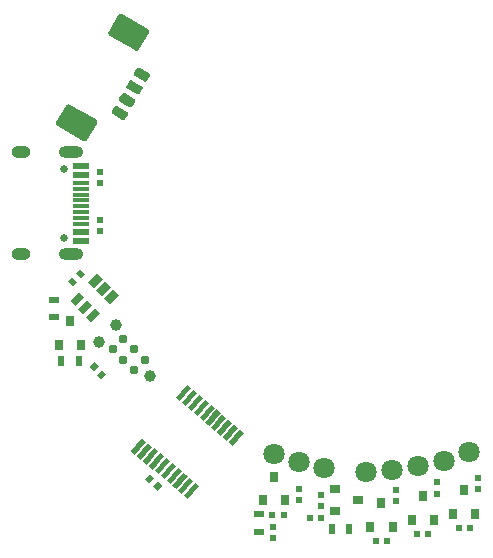
<source format=gbs>
G04 #@! TF.GenerationSoftware,KiCad,Pcbnew,5.1.5+dfsg1-2build2*
G04 #@! TF.CreationDate,2020-10-18T16:37:04+02:00*
G04 #@! TF.ProjectId,lensmount-v1.1,6c656e73-6d6f-4756-9e74-2d76312e312e,rev?*
G04 #@! TF.SameCoordinates,Original*
G04 #@! TF.FileFunction,Soldermask,Bot*
G04 #@! TF.FilePolarity,Negative*
%FSLAX46Y46*%
G04 Gerber Fmt 4.6, Leading zero omitted, Abs format (unit mm)*
G04 Created by KiCad (PCBNEW 5.1.5+dfsg1-2build2) date 2020-10-18 16:37:04*
%MOMM*%
%LPD*%
G04 APERTURE LIST*
%ADD10C,0.100000*%
%ADD11R,0.500000X0.600000*%
%ADD12R,0.600000X0.500000*%
%ADD13R,0.900000X0.800000*%
%ADD14R,0.800000X0.900000*%
%ADD15C,0.985520*%
%ADD16C,0.988060*%
%ADD17C,0.784860*%
%ADD18R,0.600000X0.900000*%
%ADD19R,0.900000X0.600000*%
%ADD20R,1.450000X0.600000*%
%ADD21O,2.100000X1.000000*%
%ADD22O,1.600000X1.000000*%
%ADD23C,0.650000*%
%ADD24R,1.450000X0.300000*%
%ADD25C,1.800000*%
G04 APERTURE END LIST*
D10*
G36*
X80756758Y-119479668D02*
G01*
X81101478Y-119768922D01*
X80169436Y-120879686D01*
X79824716Y-120590432D01*
X80756758Y-119479668D01*
G37*
G36*
X81254686Y-119897480D02*
G01*
X81599406Y-120186734D01*
X80667364Y-121297498D01*
X80322644Y-121008244D01*
X81254686Y-119897480D01*
G37*
G36*
X81752615Y-120315292D02*
G01*
X82097335Y-120604546D01*
X81165293Y-121715310D01*
X80820573Y-121426056D01*
X81752615Y-120315292D01*
G37*
G36*
X82250544Y-120733104D02*
G01*
X82595264Y-121022358D01*
X81663222Y-122133122D01*
X81318502Y-121843868D01*
X82250544Y-120733104D01*
G37*
G36*
X82748473Y-121150916D02*
G01*
X83093193Y-121440170D01*
X82161151Y-122550934D01*
X81816431Y-122261680D01*
X82748473Y-121150916D01*
G37*
G36*
X83246402Y-121568728D02*
G01*
X83591122Y-121857982D01*
X82659080Y-122968746D01*
X82314360Y-122679492D01*
X83246402Y-121568728D01*
G37*
G36*
X83744331Y-121986540D02*
G01*
X84089051Y-122275794D01*
X83157009Y-123386558D01*
X82812289Y-123097304D01*
X83744331Y-121986540D01*
G37*
G36*
X84242260Y-122404352D02*
G01*
X84586980Y-122693606D01*
X83654938Y-123804370D01*
X83310218Y-123515116D01*
X84242260Y-122404352D01*
G37*
G36*
X84740189Y-122822164D02*
G01*
X85084909Y-123111418D01*
X84152867Y-124222182D01*
X83808147Y-123932928D01*
X84740189Y-122822164D01*
G37*
G36*
X85238118Y-123239976D02*
G01*
X85582838Y-123529230D01*
X84650796Y-124639994D01*
X84306076Y-124350740D01*
X85238118Y-123239976D01*
G37*
G36*
X89030564Y-118720314D02*
G01*
X89375284Y-119009568D01*
X88443242Y-120120332D01*
X88098522Y-119831078D01*
X89030564Y-118720314D01*
G37*
G36*
X88532636Y-118302502D02*
G01*
X88877356Y-118591756D01*
X87945314Y-119702520D01*
X87600594Y-119413266D01*
X88532636Y-118302502D01*
G37*
G36*
X88034707Y-117884690D02*
G01*
X88379427Y-118173944D01*
X87447385Y-119284708D01*
X87102665Y-118995454D01*
X88034707Y-117884690D01*
G37*
G36*
X87536778Y-117466878D02*
G01*
X87881498Y-117756132D01*
X86949456Y-118866896D01*
X86604736Y-118577642D01*
X87536778Y-117466878D01*
G37*
G36*
X87038849Y-117049066D02*
G01*
X87383569Y-117338320D01*
X86451527Y-118449084D01*
X86106807Y-118159830D01*
X87038849Y-117049066D01*
G37*
G36*
X86540920Y-116631254D02*
G01*
X86885640Y-116920508D01*
X85953598Y-118031272D01*
X85608878Y-117742018D01*
X86540920Y-116631254D01*
G37*
G36*
X86042991Y-116213442D02*
G01*
X86387711Y-116502696D01*
X85455669Y-117613460D01*
X85110949Y-117324206D01*
X86042991Y-116213442D01*
G37*
G36*
X85545062Y-115795630D02*
G01*
X85889782Y-116084884D01*
X84957740Y-117195648D01*
X84613020Y-116906394D01*
X85545062Y-115795630D01*
G37*
G36*
X85047133Y-115377818D02*
G01*
X85391853Y-115667072D01*
X84459811Y-116777836D01*
X84115091Y-116488582D01*
X85047133Y-115377818D01*
G37*
G36*
X84549204Y-114960006D02*
G01*
X84893924Y-115249260D01*
X83961882Y-116360024D01*
X83617162Y-116070770D01*
X84549204Y-114960006D01*
G37*
G36*
X78963562Y-83552157D02*
G01*
X78987699Y-83556549D01*
X79011290Y-83563285D01*
X79034107Y-83572302D01*
X79055930Y-83583512D01*
X81220994Y-84833512D01*
X81241613Y-84846806D01*
X81260830Y-84862058D01*
X81278460Y-84879120D01*
X81294332Y-84897828D01*
X81308295Y-84918001D01*
X81320212Y-84939446D01*
X81329970Y-84961955D01*
X81337475Y-84985313D01*
X81342655Y-85009294D01*
X81345459Y-85033667D01*
X81345860Y-85058198D01*
X81343855Y-85082650D01*
X81339463Y-85106787D01*
X81332727Y-85130378D01*
X81323710Y-85153195D01*
X81312500Y-85175018D01*
X80512500Y-86560658D01*
X80499206Y-86581277D01*
X80483954Y-86600494D01*
X80466892Y-86618124D01*
X80448184Y-86633996D01*
X80428011Y-86647959D01*
X80406566Y-86659876D01*
X80384056Y-86669634D01*
X80360699Y-86677139D01*
X80336718Y-86682319D01*
X80312345Y-86685123D01*
X80287814Y-86685524D01*
X80263362Y-86683519D01*
X80239225Y-86679127D01*
X80215634Y-86672391D01*
X80192817Y-86663374D01*
X80170994Y-86652164D01*
X78005930Y-85402164D01*
X77985311Y-85388870D01*
X77966094Y-85373618D01*
X77948464Y-85356556D01*
X77932592Y-85337848D01*
X77918629Y-85317675D01*
X77906712Y-85296230D01*
X77896954Y-85273721D01*
X77889449Y-85250363D01*
X77884269Y-85226382D01*
X77881465Y-85202009D01*
X77881064Y-85177478D01*
X77883069Y-85153026D01*
X77887461Y-85128889D01*
X77894197Y-85105298D01*
X77903214Y-85082481D01*
X77914424Y-85060658D01*
X78714424Y-83675018D01*
X78727718Y-83654399D01*
X78742970Y-83635182D01*
X78760032Y-83617552D01*
X78778740Y-83601680D01*
X78798913Y-83587717D01*
X78820358Y-83575800D01*
X78842868Y-83566042D01*
X78866225Y-83558537D01*
X78890206Y-83553357D01*
X78914579Y-83550553D01*
X78939110Y-83550152D01*
X78963562Y-83552157D01*
G37*
G36*
X74538562Y-91216481D02*
G01*
X74562699Y-91220873D01*
X74586290Y-91227609D01*
X74609107Y-91236626D01*
X74630930Y-91247836D01*
X76795994Y-92497836D01*
X76816613Y-92511130D01*
X76835830Y-92526382D01*
X76853460Y-92543444D01*
X76869332Y-92562152D01*
X76883295Y-92582325D01*
X76895212Y-92603770D01*
X76904970Y-92626279D01*
X76912475Y-92649637D01*
X76917655Y-92673618D01*
X76920459Y-92697991D01*
X76920860Y-92722522D01*
X76918855Y-92746974D01*
X76914463Y-92771111D01*
X76907727Y-92794702D01*
X76898710Y-92817519D01*
X76887500Y-92839342D01*
X76087500Y-94224982D01*
X76074206Y-94245601D01*
X76058954Y-94264818D01*
X76041892Y-94282448D01*
X76023184Y-94298320D01*
X76003011Y-94312283D01*
X75981566Y-94324200D01*
X75959056Y-94333958D01*
X75935699Y-94341463D01*
X75911718Y-94346643D01*
X75887345Y-94349447D01*
X75862814Y-94349848D01*
X75838362Y-94347843D01*
X75814225Y-94343451D01*
X75790634Y-94336715D01*
X75767817Y-94327698D01*
X75745994Y-94316488D01*
X73580930Y-93066488D01*
X73560311Y-93053194D01*
X73541094Y-93037942D01*
X73523464Y-93020880D01*
X73507592Y-93002172D01*
X73493629Y-92981999D01*
X73481712Y-92960554D01*
X73471954Y-92938045D01*
X73464449Y-92914687D01*
X73459269Y-92890706D01*
X73456465Y-92866333D01*
X73456064Y-92841802D01*
X73458069Y-92817350D01*
X73462461Y-92793213D01*
X73469197Y-92769622D01*
X73478214Y-92746805D01*
X73489424Y-92724982D01*
X74289424Y-91339342D01*
X74302718Y-91318723D01*
X74317970Y-91299506D01*
X74335032Y-91281876D01*
X74353740Y-91266004D01*
X74373913Y-91252041D01*
X74395358Y-91240124D01*
X74417868Y-91230366D01*
X74441225Y-91222861D01*
X74465206Y-91217681D01*
X74489579Y-91214877D01*
X74514110Y-91214476D01*
X74538562Y-91216481D01*
G37*
G36*
X80456426Y-88104708D02*
G01*
X80475736Y-88108222D01*
X80494609Y-88113611D01*
X80512862Y-88120824D01*
X80530321Y-88129792D01*
X81309743Y-88579792D01*
X81326239Y-88590428D01*
X81341612Y-88602629D01*
X81355716Y-88616279D01*
X81368414Y-88631245D01*
X81379583Y-88647384D01*
X81389118Y-88664539D01*
X81396924Y-88682547D01*
X81402928Y-88701233D01*
X81407072Y-88720418D01*
X81409315Y-88739916D01*
X81409636Y-88759541D01*
X81408032Y-88779102D01*
X81404518Y-88798412D01*
X81399129Y-88817285D01*
X81391916Y-88835538D01*
X81382948Y-88852997D01*
X81182948Y-89199407D01*
X81172312Y-89215903D01*
X81160111Y-89231276D01*
X81146461Y-89245380D01*
X81131495Y-89258078D01*
X81115357Y-89269247D01*
X81098201Y-89278782D01*
X81080193Y-89286588D01*
X81061507Y-89292592D01*
X81042322Y-89296736D01*
X81022824Y-89298979D01*
X81003199Y-89299300D01*
X80983638Y-89297696D01*
X80964328Y-89294182D01*
X80945455Y-89288793D01*
X80927202Y-89281580D01*
X80909743Y-89272612D01*
X80130321Y-88822612D01*
X80113825Y-88811976D01*
X80098452Y-88799775D01*
X80084348Y-88786125D01*
X80071650Y-88771159D01*
X80060481Y-88755020D01*
X80050946Y-88737865D01*
X80043140Y-88719857D01*
X80037136Y-88701171D01*
X80032992Y-88681986D01*
X80030749Y-88662488D01*
X80030428Y-88642863D01*
X80032032Y-88623302D01*
X80035546Y-88603992D01*
X80040935Y-88585119D01*
X80048148Y-88566866D01*
X80057116Y-88549407D01*
X80257116Y-88202997D01*
X80267752Y-88186501D01*
X80279953Y-88171128D01*
X80293603Y-88157024D01*
X80308569Y-88144326D01*
X80324707Y-88133157D01*
X80341863Y-88123622D01*
X80359871Y-88115816D01*
X80378557Y-88109812D01*
X80397742Y-88105668D01*
X80417240Y-88103425D01*
X80436865Y-88103104D01*
X80456426Y-88104708D01*
G37*
G36*
X79831426Y-89187240D02*
G01*
X79850736Y-89190754D01*
X79869609Y-89196143D01*
X79887862Y-89203356D01*
X79905321Y-89212324D01*
X80684743Y-89662324D01*
X80701239Y-89672960D01*
X80716612Y-89685161D01*
X80730716Y-89698811D01*
X80743414Y-89713777D01*
X80754583Y-89729916D01*
X80764118Y-89747071D01*
X80771924Y-89765079D01*
X80777928Y-89783765D01*
X80782072Y-89802950D01*
X80784315Y-89822448D01*
X80784636Y-89842073D01*
X80783032Y-89861634D01*
X80779518Y-89880944D01*
X80774129Y-89899817D01*
X80766916Y-89918070D01*
X80757948Y-89935529D01*
X80557948Y-90281939D01*
X80547312Y-90298435D01*
X80535111Y-90313808D01*
X80521461Y-90327912D01*
X80506495Y-90340610D01*
X80490357Y-90351779D01*
X80473201Y-90361314D01*
X80455193Y-90369120D01*
X80436507Y-90375124D01*
X80417322Y-90379268D01*
X80397824Y-90381511D01*
X80378199Y-90381832D01*
X80358638Y-90380228D01*
X80339328Y-90376714D01*
X80320455Y-90371325D01*
X80302202Y-90364112D01*
X80284743Y-90355144D01*
X79505321Y-89905144D01*
X79488825Y-89894508D01*
X79473452Y-89882307D01*
X79459348Y-89868657D01*
X79446650Y-89853691D01*
X79435481Y-89837552D01*
X79425946Y-89820397D01*
X79418140Y-89802389D01*
X79412136Y-89783703D01*
X79407992Y-89764518D01*
X79405749Y-89745020D01*
X79405428Y-89725395D01*
X79407032Y-89705834D01*
X79410546Y-89686524D01*
X79415935Y-89667651D01*
X79423148Y-89649398D01*
X79432116Y-89631939D01*
X79632116Y-89285529D01*
X79642752Y-89269033D01*
X79654953Y-89253660D01*
X79668603Y-89239556D01*
X79683569Y-89226858D01*
X79699707Y-89215689D01*
X79716863Y-89206154D01*
X79734871Y-89198348D01*
X79753557Y-89192344D01*
X79772742Y-89188200D01*
X79792240Y-89185957D01*
X79811865Y-89185636D01*
X79831426Y-89187240D01*
G37*
G36*
X79206426Y-90269772D02*
G01*
X79225736Y-90273286D01*
X79244609Y-90278675D01*
X79262862Y-90285888D01*
X79280321Y-90294856D01*
X80059743Y-90744856D01*
X80076239Y-90755492D01*
X80091612Y-90767693D01*
X80105716Y-90781343D01*
X80118414Y-90796309D01*
X80129583Y-90812448D01*
X80139118Y-90829603D01*
X80146924Y-90847611D01*
X80152928Y-90866297D01*
X80157072Y-90885482D01*
X80159315Y-90904980D01*
X80159636Y-90924605D01*
X80158032Y-90944166D01*
X80154518Y-90963476D01*
X80149129Y-90982349D01*
X80141916Y-91000602D01*
X80132948Y-91018061D01*
X79932948Y-91364471D01*
X79922312Y-91380967D01*
X79910111Y-91396340D01*
X79896461Y-91410444D01*
X79881495Y-91423142D01*
X79865357Y-91434311D01*
X79848201Y-91443846D01*
X79830193Y-91451652D01*
X79811507Y-91457656D01*
X79792322Y-91461800D01*
X79772824Y-91464043D01*
X79753199Y-91464364D01*
X79733638Y-91462760D01*
X79714328Y-91459246D01*
X79695455Y-91453857D01*
X79677202Y-91446644D01*
X79659743Y-91437676D01*
X78880321Y-90987676D01*
X78863825Y-90977040D01*
X78848452Y-90964839D01*
X78834348Y-90951189D01*
X78821650Y-90936223D01*
X78810481Y-90920084D01*
X78800946Y-90902929D01*
X78793140Y-90884921D01*
X78787136Y-90866235D01*
X78782992Y-90847050D01*
X78780749Y-90827552D01*
X78780428Y-90807927D01*
X78782032Y-90788366D01*
X78785546Y-90769056D01*
X78790935Y-90750183D01*
X78798148Y-90731930D01*
X78807116Y-90714471D01*
X79007116Y-90368061D01*
X79017752Y-90351565D01*
X79029953Y-90336192D01*
X79043603Y-90322088D01*
X79058569Y-90309390D01*
X79074707Y-90298221D01*
X79091863Y-90288686D01*
X79109871Y-90280880D01*
X79128557Y-90274876D01*
X79147742Y-90270732D01*
X79167240Y-90268489D01*
X79186865Y-90268168D01*
X79206426Y-90269772D01*
G37*
G36*
X78581426Y-91352304D02*
G01*
X78600736Y-91355818D01*
X78619609Y-91361207D01*
X78637862Y-91368420D01*
X78655321Y-91377388D01*
X79434743Y-91827388D01*
X79451239Y-91838024D01*
X79466612Y-91850225D01*
X79480716Y-91863875D01*
X79493414Y-91878841D01*
X79504583Y-91894980D01*
X79514118Y-91912135D01*
X79521924Y-91930143D01*
X79527928Y-91948829D01*
X79532072Y-91968014D01*
X79534315Y-91987512D01*
X79534636Y-92007137D01*
X79533032Y-92026698D01*
X79529518Y-92046008D01*
X79524129Y-92064881D01*
X79516916Y-92083134D01*
X79507948Y-92100593D01*
X79307948Y-92447003D01*
X79297312Y-92463499D01*
X79285111Y-92478872D01*
X79271461Y-92492976D01*
X79256495Y-92505674D01*
X79240357Y-92516843D01*
X79223201Y-92526378D01*
X79205193Y-92534184D01*
X79186507Y-92540188D01*
X79167322Y-92544332D01*
X79147824Y-92546575D01*
X79128199Y-92546896D01*
X79108638Y-92545292D01*
X79089328Y-92541778D01*
X79070455Y-92536389D01*
X79052202Y-92529176D01*
X79034743Y-92520208D01*
X78255321Y-92070208D01*
X78238825Y-92059572D01*
X78223452Y-92047371D01*
X78209348Y-92033721D01*
X78196650Y-92018755D01*
X78185481Y-92002616D01*
X78175946Y-91985461D01*
X78168140Y-91967453D01*
X78162136Y-91948767D01*
X78157992Y-91929582D01*
X78155749Y-91910084D01*
X78155428Y-91890459D01*
X78157032Y-91870898D01*
X78160546Y-91851588D01*
X78165935Y-91832715D01*
X78173148Y-91814462D01*
X78182116Y-91797003D01*
X78382116Y-91450593D01*
X78392752Y-91434097D01*
X78404953Y-91418724D01*
X78418603Y-91404620D01*
X78433569Y-91391922D01*
X78449707Y-91380753D01*
X78466863Y-91371218D01*
X78484871Y-91363412D01*
X78503557Y-91357408D01*
X78522742Y-91353264D01*
X78542240Y-91351021D01*
X78561865Y-91350700D01*
X78581426Y-91352304D01*
G37*
D11*
X94930000Y-126200000D03*
X95870000Y-126200000D03*
D12*
X95850000Y-125220000D03*
X95850000Y-124280000D03*
X94050000Y-123780000D03*
X94050000Y-124720000D03*
D11*
X92720000Y-125950000D03*
X91780000Y-125950000D03*
D13*
X99050000Y-124700000D03*
X97050000Y-123750000D03*
X97050000Y-125650000D03*
D14*
X91900000Y-122750000D03*
X90950000Y-124750000D03*
X92850000Y-124750000D03*
D10*
G36*
X76067140Y-107773241D02*
G01*
X76526759Y-108232860D01*
X75777226Y-108982393D01*
X75317607Y-108522774D01*
X76067140Y-107773241D01*
G37*
G36*
X75395388Y-107101490D02*
G01*
X75855007Y-107561109D01*
X75105474Y-108310642D01*
X74645855Y-107851023D01*
X75395388Y-107101490D01*
G37*
G36*
X76738891Y-108444993D02*
G01*
X77198510Y-108904612D01*
X76448977Y-109654145D01*
X75989358Y-109194526D01*
X76738891Y-108444993D01*
G37*
G36*
X78294526Y-106889358D02*
G01*
X78754145Y-107348977D01*
X78004612Y-108098510D01*
X77544993Y-107638891D01*
X78294526Y-106889358D01*
G37*
G36*
X77622774Y-106217607D02*
G01*
X78082393Y-106677226D01*
X77332860Y-107426759D01*
X76873241Y-106967140D01*
X77622774Y-106217607D01*
G37*
G36*
X76951023Y-105545855D02*
G01*
X77410642Y-106005474D01*
X76661109Y-106755007D01*
X76201490Y-106295388D01*
X76951023Y-105545855D01*
G37*
D14*
X74646447Y-109570711D03*
X73696447Y-111570711D03*
X75596447Y-111570711D03*
D12*
X91800000Y-127920000D03*
X91800000Y-126980000D03*
X109200000Y-122830000D03*
X109200000Y-123770000D03*
X102200000Y-123830000D03*
X102200000Y-124770000D03*
X105700000Y-123230000D03*
X105700000Y-124170000D03*
D11*
X107530000Y-127100000D03*
X108470000Y-127100000D03*
X100530000Y-128200000D03*
X101470000Y-128200000D03*
X104030000Y-127600000D03*
X104970000Y-127600000D03*
D12*
X77200000Y-97870000D03*
X77200000Y-96930000D03*
X77200000Y-101030000D03*
X77200000Y-101970000D03*
D14*
X108000000Y-123900000D03*
X107050000Y-125900000D03*
X108950000Y-125900000D03*
X101000000Y-125000000D03*
X100050000Y-127000000D03*
X101950000Y-127000000D03*
X104500000Y-124400000D03*
X103550000Y-126400000D03*
X105450000Y-126400000D03*
D15*
X77085528Y-111322369D03*
X78522369Y-109885528D03*
D16*
X81396051Y-114196051D03*
D17*
X79150987Y-111052962D03*
X78252962Y-111950987D03*
X80049013Y-111950987D03*
X79150987Y-112849013D03*
X80947038Y-112849013D03*
X80049013Y-113747038D03*
D18*
X96800000Y-127150000D03*
X98300000Y-127150000D03*
D19*
X90600000Y-127400000D03*
X90600000Y-125900000D03*
D10*
G36*
X75567695Y-105956569D02*
G01*
X75143431Y-105532305D01*
X75496985Y-105178751D01*
X75921249Y-105603015D01*
X75567695Y-105956569D01*
G37*
G36*
X74903015Y-106621249D02*
G01*
X74478751Y-106196985D01*
X74832305Y-105843431D01*
X75256569Y-106267695D01*
X74903015Y-106621249D01*
G37*
D18*
X75396447Y-112974874D03*
X73896447Y-112974874D03*
D19*
X73300000Y-109250000D03*
X73300000Y-107750000D03*
D10*
G36*
X77056569Y-113382305D02*
G01*
X76632305Y-113806569D01*
X76278751Y-113453015D01*
X76703015Y-113028751D01*
X77056569Y-113382305D01*
G37*
G36*
X77721249Y-114046985D02*
G01*
X77296985Y-114471249D01*
X76943431Y-114117695D01*
X77367695Y-113693431D01*
X77721249Y-114046985D01*
G37*
G36*
X81643431Y-123567695D02*
G01*
X82067695Y-123143431D01*
X82421249Y-123496985D01*
X81996985Y-123921249D01*
X81643431Y-123567695D01*
G37*
G36*
X80978751Y-122903015D02*
G01*
X81403015Y-122478751D01*
X81756569Y-122832305D01*
X81332305Y-123256569D01*
X80978751Y-122903015D01*
G37*
D20*
X75600000Y-102000000D03*
X75600000Y-97200000D03*
X75600000Y-96400000D03*
X75600000Y-102800000D03*
D21*
X74685000Y-103920000D03*
X74685000Y-95280000D03*
D22*
X70505000Y-103920000D03*
X70505000Y-95280000D03*
D23*
X74155000Y-96710000D03*
X74155000Y-102490000D03*
D20*
X75600000Y-96400000D03*
X75600000Y-97200000D03*
D24*
X75600000Y-97850000D03*
X75600000Y-98350000D03*
X75600000Y-98850000D03*
X75600000Y-99350000D03*
X75600000Y-99850000D03*
X75600000Y-100350000D03*
X75600000Y-100850000D03*
X75600000Y-101350000D03*
D20*
X75600000Y-102000000D03*
X75600000Y-102800000D03*
D25*
X101900000Y-122200000D03*
X104125000Y-121875000D03*
X99700000Y-122325000D03*
X106275000Y-121400000D03*
X96175000Y-122000000D03*
X108425000Y-120650000D03*
X94000000Y-121500000D03*
X91900000Y-120850000D03*
M02*

</source>
